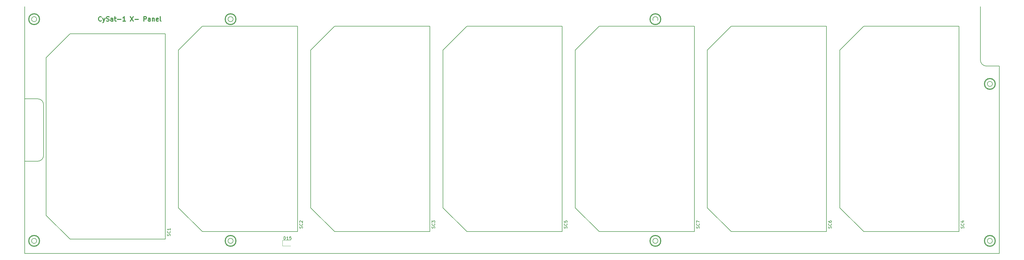
<source format=gbr>
G04 #@! TF.GenerationSoftware,KiCad,Pcbnew,(5.1.9)-1*
G04 #@! TF.CreationDate,2021-03-05T17:29:32-06:00*
G04 #@! TF.ProjectId,X-,582d2e6b-6963-4616-945f-706362585858,3*
G04 #@! TF.SameCoordinates,Original*
G04 #@! TF.FileFunction,Legend,Top*
G04 #@! TF.FilePolarity,Positive*
%FSLAX46Y46*%
G04 Gerber Fmt 4.6, Leading zero omitted, Abs format (unit mm)*
G04 Created by KiCad (PCBNEW (5.1.9)-1) date 2021-03-05 17:29:33*
%MOMM*%
%LPD*%
G01*
G04 APERTURE LIST*
%ADD10C,0.300000*%
%ADD11C,0.200000*%
%ADD12C,0.120000*%
%ADD13C,0.150000*%
G04 APERTURE END LIST*
D10*
X78765000Y-105945714D02*
X78693571Y-106017142D01*
X78479285Y-106088571D01*
X78336428Y-106088571D01*
X78122142Y-106017142D01*
X77979285Y-105874285D01*
X77907857Y-105731428D01*
X77836428Y-105445714D01*
X77836428Y-105231428D01*
X77907857Y-104945714D01*
X77979285Y-104802857D01*
X78122142Y-104660000D01*
X78336428Y-104588571D01*
X78479285Y-104588571D01*
X78693571Y-104660000D01*
X78765000Y-104731428D01*
X79265000Y-105088571D02*
X79622142Y-106088571D01*
X79979285Y-105088571D02*
X79622142Y-106088571D01*
X79479285Y-106445714D01*
X79407857Y-106517142D01*
X79265000Y-106588571D01*
X80479285Y-106017142D02*
X80693571Y-106088571D01*
X81050714Y-106088571D01*
X81193571Y-106017142D01*
X81265000Y-105945714D01*
X81336428Y-105802857D01*
X81336428Y-105660000D01*
X81265000Y-105517142D01*
X81193571Y-105445714D01*
X81050714Y-105374285D01*
X80765000Y-105302857D01*
X80622142Y-105231428D01*
X80550714Y-105160000D01*
X80479285Y-105017142D01*
X80479285Y-104874285D01*
X80550714Y-104731428D01*
X80622142Y-104660000D01*
X80765000Y-104588571D01*
X81122142Y-104588571D01*
X81336428Y-104660000D01*
X82622142Y-106088571D02*
X82622142Y-105302857D01*
X82550714Y-105160000D01*
X82407857Y-105088571D01*
X82122142Y-105088571D01*
X81979285Y-105160000D01*
X82622142Y-106017142D02*
X82479285Y-106088571D01*
X82122142Y-106088571D01*
X81979285Y-106017142D01*
X81907857Y-105874285D01*
X81907857Y-105731428D01*
X81979285Y-105588571D01*
X82122142Y-105517142D01*
X82479285Y-105517142D01*
X82622142Y-105445714D01*
X83122142Y-105088571D02*
X83693571Y-105088571D01*
X83336428Y-104588571D02*
X83336428Y-105874285D01*
X83407857Y-106017142D01*
X83550714Y-106088571D01*
X83693571Y-106088571D01*
X84193571Y-105517142D02*
X85336428Y-105517142D01*
X86836428Y-106088571D02*
X85979285Y-106088571D01*
X86407857Y-106088571D02*
X86407857Y-104588571D01*
X86265000Y-104802857D01*
X86122142Y-104945714D01*
X85979285Y-105017142D01*
X88479285Y-104588571D02*
X89479285Y-106088571D01*
X89479285Y-104588571D02*
X88479285Y-106088571D01*
X90050714Y-105517142D02*
X91193571Y-105517142D01*
X93050714Y-106088571D02*
X93050714Y-104588571D01*
X93622142Y-104588571D01*
X93765000Y-104660000D01*
X93836428Y-104731428D01*
X93907857Y-104874285D01*
X93907857Y-105088571D01*
X93836428Y-105231428D01*
X93765000Y-105302857D01*
X93622142Y-105374285D01*
X93050714Y-105374285D01*
X95193571Y-106088571D02*
X95193571Y-105302857D01*
X95122142Y-105160000D01*
X94979285Y-105088571D01*
X94693571Y-105088571D01*
X94550714Y-105160000D01*
X95193571Y-106017142D02*
X95050714Y-106088571D01*
X94693571Y-106088571D01*
X94550714Y-106017142D01*
X94479285Y-105874285D01*
X94479285Y-105731428D01*
X94550714Y-105588571D01*
X94693571Y-105517142D01*
X95050714Y-105517142D01*
X95193571Y-105445714D01*
X95907857Y-105088571D02*
X95907857Y-106088571D01*
X95907857Y-105231428D02*
X95979285Y-105160000D01*
X96122142Y-105088571D01*
X96336428Y-105088571D01*
X96479285Y-105160000D01*
X96550714Y-105302857D01*
X96550714Y-106088571D01*
X97836428Y-106017142D02*
X97693571Y-106088571D01*
X97407857Y-106088571D01*
X97265000Y-106017142D01*
X97193571Y-105874285D01*
X97193571Y-105302857D01*
X97265000Y-105160000D01*
X97407857Y-105088571D01*
X97693571Y-105088571D01*
X97836428Y-105160000D01*
X97907857Y-105302857D01*
X97907857Y-105445714D01*
X97193571Y-105588571D01*
X98765000Y-106088571D02*
X98622142Y-106017142D01*
X98550714Y-105874285D01*
X98550714Y-104588571D01*
D11*
X124075509Y-105435517D02*
G75*
G03*
X124075509Y-105435517I-1900000J0D01*
G01*
X123885509Y-105435517D02*
G75*
G03*
X123885509Y-105435517I-1710000J0D01*
G01*
X380493509Y-121185517D02*
X376143509Y-121185517D01*
X59343505Y-134185510D02*
X59343505Y-151185517D01*
X59343509Y-151185517D02*
G75*
G02*
X57343509Y-153185517I-2000000J0D01*
G01*
X52993524Y-153185517D02*
X57343501Y-153185517D01*
X52993524Y-184185517D02*
X52993524Y-153185517D01*
X121425510Y-105868530D02*
G75*
G02*
X121425509Y-105002505I749999J433013D01*
G01*
X122175510Y-104569492D02*
G75*
G02*
X122925509Y-105002505I-1J-866025D01*
G01*
X122925510Y-105868530D02*
G75*
G02*
X122175509Y-106301543I-750001J433013D01*
G01*
X122175509Y-106301543D02*
G75*
G02*
X121425509Y-105868530I0J866026D01*
G01*
X121425509Y-105002505D02*
G75*
G02*
X122175509Y-104569492I750000J-433012D01*
G01*
X266823509Y-179935517D02*
G75*
G03*
X266823509Y-179935517I-1900000J0D01*
G01*
X266633509Y-179935517D02*
G75*
G03*
X266633509Y-179935517I-1710000J0D01*
G01*
X264173510Y-180368530D02*
G75*
G02*
X264173509Y-179502505I749999J433013D01*
G01*
X265673510Y-179502504D02*
G75*
G02*
X265673509Y-180368530I-750001J-433013D01*
G01*
X264923509Y-180801543D02*
G75*
G02*
X264173509Y-180368530I0J866026D01*
G01*
X264173509Y-179502505D02*
G75*
G02*
X264923509Y-179069492I750000J-433012D01*
G01*
X265673510Y-180368530D02*
G75*
G02*
X264923509Y-180801543I-750001J433013D01*
G01*
X264923510Y-179069492D02*
G75*
G02*
X265673509Y-179502505I-1J-866025D01*
G01*
X266823509Y-105435517D02*
G75*
G03*
X266823509Y-105435517I-1900000J0D01*
G01*
X266633509Y-105435517D02*
G75*
G03*
X266633509Y-105435517I-1710000J0D01*
G01*
X264173510Y-105868530D02*
G75*
G02*
X264173509Y-105002505I749999J433013D01*
G01*
X265673510Y-105002504D02*
G75*
G02*
X265673509Y-105868530I-750001J-433013D01*
G01*
X264923510Y-104569492D02*
G75*
G02*
X265673509Y-105002505I-1J-866025D01*
G01*
X264173509Y-105002505D02*
G75*
G02*
X264923509Y-104569492I750000J-433012D01*
G01*
X124075509Y-179935517D02*
G75*
G03*
X124075509Y-179935517I-1900000J0D01*
G01*
X123885509Y-179935517D02*
G75*
G03*
X123885509Y-179935517I-1710000J0D01*
G01*
X121425510Y-180368530D02*
G75*
G02*
X121425509Y-179502505I749999J433013D01*
G01*
X122925510Y-179502504D02*
G75*
G02*
X122925509Y-180368530I-750001J-433013D01*
G01*
X121425509Y-179502505D02*
G75*
G02*
X122175509Y-179069492I750000J-433012D01*
G01*
X122175510Y-179069492D02*
G75*
G02*
X122925509Y-179502505I-1J-866025D01*
G01*
X122925510Y-180368530D02*
G75*
G02*
X122175509Y-180801543I-750001J433013D01*
G01*
X122175509Y-180801543D02*
G75*
G02*
X121425509Y-180368530I0J866026D01*
G01*
X379218509Y-179935517D02*
G75*
G03*
X379218509Y-179935517I-1900000J0D01*
G01*
X379028509Y-179935517D02*
G75*
G03*
X379028509Y-179935517I-1710000J0D01*
G01*
X376474084Y-180127729D02*
G75*
G02*
X376729836Y-179300329I844425J192212D01*
G01*
X378162935Y-179743304D02*
G75*
G02*
X377907183Y-180570705I-844426J-192213D01*
G01*
X377062757Y-180762917D02*
G75*
G02*
X376474084Y-180127729I255752J827400D01*
G01*
X377907182Y-180570704D02*
G75*
G02*
X377062757Y-180762917I-588673J635187D01*
G01*
X377574263Y-179108117D02*
G75*
G02*
X378162935Y-179743306I-255754J-827400D01*
G01*
X376729836Y-179300328D02*
G75*
G02*
X377574262Y-179108117I588673J-635189D01*
G01*
X58068509Y-179935517D02*
G75*
G03*
X58068509Y-179935517I-1900000J0D01*
G01*
X57878509Y-179935517D02*
G75*
G03*
X57878509Y-179935517I-1710000J0D01*
G01*
X55693635Y-179211296D02*
G75*
G02*
X56558266Y-179162154I474874J-724221D01*
G01*
X56643383Y-180659737D02*
G75*
G02*
X55778753Y-180708880I-474874J724220D01*
G01*
X55303879Y-179984659D02*
G75*
G02*
X55693636Y-179211297I864630J49142D01*
G01*
X55778754Y-180708879D02*
G75*
G02*
X55303880Y-179984660I389755J773362D01*
G01*
X57033139Y-179886374D02*
G75*
G02*
X56643383Y-180659737I-864630J-49143D01*
G01*
X56558265Y-179162154D02*
G75*
G02*
X57033139Y-179886374I-389756J-773363D01*
G01*
X58068509Y-105435517D02*
G75*
G03*
X58068509Y-105435517I-1900000J0D01*
G01*
X57878509Y-105435517D02*
G75*
G03*
X57878509Y-105435517I-1710000J0D01*
G01*
X55453109Y-105923577D02*
G75*
G02*
X55388137Y-105059993I715400J488060D01*
G01*
X56883910Y-104947457D02*
G75*
G02*
X56948882Y-105811042I-715401J-488060D01*
G01*
X56233482Y-106299102D02*
G75*
G02*
X55453109Y-105923578I-64973J863585D01*
G01*
X55388137Y-105059992D02*
G75*
G02*
X56103537Y-104571933I780372J-375525D01*
G01*
X56948882Y-105811041D02*
G75*
G02*
X56233482Y-106299102I-780373J375524D01*
G01*
X56103537Y-104571932D02*
G75*
G02*
X56883910Y-104947457I64972J-863585D01*
G01*
X376596556Y-127663827D02*
G75*
G02*
X376543303Y-126799442I721953J478310D01*
G01*
X376543303Y-126799441D02*
G75*
G02*
X377265258Y-126321131I775206J-386076D01*
G01*
X378093716Y-127571593D02*
G75*
G02*
X377371761Y-128049904I-775207J386076D01*
G01*
X377371761Y-128049903D02*
G75*
G02*
X376596555Y-127663828I-53252J864386D01*
G01*
X377265257Y-126321130D02*
G75*
G02*
X378040464Y-126707206I53252J-864387D01*
G01*
X380493509Y-184185517D02*
X52993524Y-184185517D01*
X380493509Y-121185517D02*
X380493509Y-184185517D01*
X376143509Y-121185517D02*
G75*
G02*
X374143509Y-119185517I0J2000000D01*
G01*
X374143510Y-101185518D02*
X374143510Y-119185517D01*
X52993524Y-132185510D02*
X52993524Y-101185518D01*
X52993524Y-132185510D02*
X57343501Y-132185510D01*
X57343509Y-132185509D02*
G75*
G02*
X59343509Y-134185509I0J-2000000D01*
G01*
X52993524Y-132185517D02*
X52993524Y-153185517D01*
X122925510Y-105002504D02*
G75*
G02*
X122925509Y-105868530I-750001J-433013D01*
G01*
X379218509Y-127185517D02*
G75*
G03*
X379218509Y-127185517I-1900000J0D01*
G01*
X379028509Y-127185517D02*
G75*
G03*
X379028509Y-127185517I-1710000J0D01*
G01*
X378040464Y-126707206D02*
G75*
G02*
X378093716Y-127571593I-721955J-478311D01*
G01*
X144679913Y-107799427D02*
X144679913Y-176799427D01*
X104679913Y-168799427D02*
X104679913Y-115799427D01*
X144679913Y-176799427D02*
X112679913Y-176799427D01*
X112679913Y-176799427D02*
X104679913Y-168799427D01*
X104679913Y-115799427D02*
X112679913Y-107799427D01*
X112679913Y-107799427D02*
X144679913Y-107799427D01*
X100229913Y-110339427D02*
X100229913Y-179339427D01*
X60229913Y-171339427D02*
X60229913Y-118339427D01*
X100229913Y-179339427D02*
X68229913Y-179339427D01*
X68229913Y-179339427D02*
X60229913Y-171339427D01*
X60229913Y-118339427D02*
X68229913Y-110339427D01*
X68229913Y-110339427D02*
X100229913Y-110339427D01*
D12*
X142310000Y-179720000D02*
X139625000Y-179720000D01*
X139625000Y-179720000D02*
X139625000Y-181640000D01*
X139625000Y-181640000D02*
X142310000Y-181640000D01*
D11*
X189129913Y-107799427D02*
X189129913Y-176799427D01*
X149129913Y-168799427D02*
X149129913Y-115799427D01*
X189129913Y-176799427D02*
X157129913Y-176799427D01*
X157129913Y-176799427D02*
X149129913Y-168799427D01*
X149129913Y-115799427D02*
X157129913Y-107799427D01*
X157129913Y-107799427D02*
X189129913Y-107799427D01*
X366929913Y-107799427D02*
X366929913Y-176799427D01*
X326929913Y-168799427D02*
X326929913Y-115799427D01*
X366929913Y-176799427D02*
X334929913Y-176799427D01*
X334929913Y-176799427D02*
X326929913Y-168799427D01*
X326929913Y-115799427D02*
X334929913Y-107799427D01*
X334929913Y-107799427D02*
X366929913Y-107799427D01*
X233579913Y-107799427D02*
X233579913Y-176799427D01*
X193579913Y-168799427D02*
X193579913Y-115799427D01*
X233579913Y-176799427D02*
X201579913Y-176799427D01*
X201579913Y-176799427D02*
X193579913Y-168799427D01*
X193579913Y-115799427D02*
X201579913Y-107799427D01*
X201579913Y-107799427D02*
X233579913Y-107799427D01*
X322390001Y-107799427D02*
X322390001Y-176799427D01*
X282390001Y-168799427D02*
X282390001Y-115799427D01*
X322390001Y-176799427D02*
X290390001Y-176799427D01*
X290390001Y-176799427D02*
X282390001Y-168799427D01*
X282390001Y-115799427D02*
X290390001Y-107799427D01*
X290390001Y-107799427D02*
X322390001Y-107799427D01*
X278029913Y-107799427D02*
X278029913Y-176799427D01*
X238029913Y-168799427D02*
X238029913Y-115799427D01*
X278029913Y-176799427D02*
X246029913Y-176799427D01*
X246029913Y-176799427D02*
X238029913Y-168799427D01*
X238029913Y-115799427D02*
X246029913Y-107799427D01*
X246029913Y-107799427D02*
X278029913Y-107799427D01*
D13*
X146324761Y-175701904D02*
X146372380Y-175559047D01*
X146372380Y-175320952D01*
X146324761Y-175225714D01*
X146277142Y-175178095D01*
X146181904Y-175130476D01*
X146086666Y-175130476D01*
X145991428Y-175178095D01*
X145943809Y-175225714D01*
X145896190Y-175320952D01*
X145848571Y-175511428D01*
X145800952Y-175606666D01*
X145753333Y-175654285D01*
X145658095Y-175701904D01*
X145562857Y-175701904D01*
X145467619Y-175654285D01*
X145420000Y-175606666D01*
X145372380Y-175511428D01*
X145372380Y-175273333D01*
X145420000Y-175130476D01*
X146277142Y-174130476D02*
X146324761Y-174178095D01*
X146372380Y-174320952D01*
X146372380Y-174416190D01*
X146324761Y-174559047D01*
X146229523Y-174654285D01*
X146134285Y-174701904D01*
X145943809Y-174749523D01*
X145800952Y-174749523D01*
X145610476Y-174701904D01*
X145515238Y-174654285D01*
X145420000Y-174559047D01*
X145372380Y-174416190D01*
X145372380Y-174320952D01*
X145420000Y-174178095D01*
X145467619Y-174130476D01*
X145467619Y-173749523D02*
X145420000Y-173701904D01*
X145372380Y-173606666D01*
X145372380Y-173368571D01*
X145420000Y-173273333D01*
X145467619Y-173225714D01*
X145562857Y-173178095D01*
X145658095Y-173178095D01*
X145800952Y-173225714D01*
X146372380Y-173797142D01*
X146372380Y-173178095D01*
X101874761Y-178241904D02*
X101922380Y-178099047D01*
X101922380Y-177860952D01*
X101874761Y-177765714D01*
X101827142Y-177718095D01*
X101731904Y-177670476D01*
X101636666Y-177670476D01*
X101541428Y-177718095D01*
X101493809Y-177765714D01*
X101446190Y-177860952D01*
X101398571Y-178051428D01*
X101350952Y-178146666D01*
X101303333Y-178194285D01*
X101208095Y-178241904D01*
X101112857Y-178241904D01*
X101017619Y-178194285D01*
X100970000Y-178146666D01*
X100922380Y-178051428D01*
X100922380Y-177813333D01*
X100970000Y-177670476D01*
X101827142Y-176670476D02*
X101874761Y-176718095D01*
X101922380Y-176860952D01*
X101922380Y-176956190D01*
X101874761Y-177099047D01*
X101779523Y-177194285D01*
X101684285Y-177241904D01*
X101493809Y-177289523D01*
X101350952Y-177289523D01*
X101160476Y-177241904D01*
X101065238Y-177194285D01*
X100970000Y-177099047D01*
X100922380Y-176956190D01*
X100922380Y-176860952D01*
X100970000Y-176718095D01*
X101017619Y-176670476D01*
X101922380Y-175718095D02*
X101922380Y-176289523D01*
X101922380Y-176003809D02*
X100922380Y-176003809D01*
X101065238Y-176099047D01*
X101160476Y-176194285D01*
X101208095Y-176289523D01*
X140095714Y-179482380D02*
X140095714Y-178482380D01*
X140333809Y-178482380D01*
X140476666Y-178530000D01*
X140571904Y-178625238D01*
X140619523Y-178720476D01*
X140667142Y-178910952D01*
X140667142Y-179053809D01*
X140619523Y-179244285D01*
X140571904Y-179339523D01*
X140476666Y-179434761D01*
X140333809Y-179482380D01*
X140095714Y-179482380D01*
X141619523Y-179482380D02*
X141048095Y-179482380D01*
X141333809Y-179482380D02*
X141333809Y-178482380D01*
X141238571Y-178625238D01*
X141143333Y-178720476D01*
X141048095Y-178768095D01*
X142524285Y-178482380D02*
X142048095Y-178482380D01*
X142000476Y-178958571D01*
X142048095Y-178910952D01*
X142143333Y-178863333D01*
X142381428Y-178863333D01*
X142476666Y-178910952D01*
X142524285Y-178958571D01*
X142571904Y-179053809D01*
X142571904Y-179291904D01*
X142524285Y-179387142D01*
X142476666Y-179434761D01*
X142381428Y-179482380D01*
X142143333Y-179482380D01*
X142048095Y-179434761D01*
X142000476Y-179387142D01*
X190774761Y-175701904D02*
X190822380Y-175559047D01*
X190822380Y-175320952D01*
X190774761Y-175225714D01*
X190727142Y-175178095D01*
X190631904Y-175130476D01*
X190536666Y-175130476D01*
X190441428Y-175178095D01*
X190393809Y-175225714D01*
X190346190Y-175320952D01*
X190298571Y-175511428D01*
X190250952Y-175606666D01*
X190203333Y-175654285D01*
X190108095Y-175701904D01*
X190012857Y-175701904D01*
X189917619Y-175654285D01*
X189870000Y-175606666D01*
X189822380Y-175511428D01*
X189822380Y-175273333D01*
X189870000Y-175130476D01*
X190727142Y-174130476D02*
X190774761Y-174178095D01*
X190822380Y-174320952D01*
X190822380Y-174416190D01*
X190774761Y-174559047D01*
X190679523Y-174654285D01*
X190584285Y-174701904D01*
X190393809Y-174749523D01*
X190250952Y-174749523D01*
X190060476Y-174701904D01*
X189965238Y-174654285D01*
X189870000Y-174559047D01*
X189822380Y-174416190D01*
X189822380Y-174320952D01*
X189870000Y-174178095D01*
X189917619Y-174130476D01*
X189822380Y-173797142D02*
X189822380Y-173178095D01*
X190203333Y-173511428D01*
X190203333Y-173368571D01*
X190250952Y-173273333D01*
X190298571Y-173225714D01*
X190393809Y-173178095D01*
X190631904Y-173178095D01*
X190727142Y-173225714D01*
X190774761Y-173273333D01*
X190822380Y-173368571D01*
X190822380Y-173654285D01*
X190774761Y-173749523D01*
X190727142Y-173797142D01*
X368574761Y-175701904D02*
X368622380Y-175559047D01*
X368622380Y-175320952D01*
X368574761Y-175225714D01*
X368527142Y-175178095D01*
X368431904Y-175130476D01*
X368336666Y-175130476D01*
X368241428Y-175178095D01*
X368193809Y-175225714D01*
X368146190Y-175320952D01*
X368098571Y-175511428D01*
X368050952Y-175606666D01*
X368003333Y-175654285D01*
X367908095Y-175701904D01*
X367812857Y-175701904D01*
X367717619Y-175654285D01*
X367670000Y-175606666D01*
X367622380Y-175511428D01*
X367622380Y-175273333D01*
X367670000Y-175130476D01*
X368527142Y-174130476D02*
X368574761Y-174178095D01*
X368622380Y-174320952D01*
X368622380Y-174416190D01*
X368574761Y-174559047D01*
X368479523Y-174654285D01*
X368384285Y-174701904D01*
X368193809Y-174749523D01*
X368050952Y-174749523D01*
X367860476Y-174701904D01*
X367765238Y-174654285D01*
X367670000Y-174559047D01*
X367622380Y-174416190D01*
X367622380Y-174320952D01*
X367670000Y-174178095D01*
X367717619Y-174130476D01*
X367955714Y-173273333D02*
X368622380Y-173273333D01*
X367574761Y-173511428D02*
X368289047Y-173749523D01*
X368289047Y-173130476D01*
X235224761Y-175701904D02*
X235272380Y-175559047D01*
X235272380Y-175320952D01*
X235224761Y-175225714D01*
X235177142Y-175178095D01*
X235081904Y-175130476D01*
X234986666Y-175130476D01*
X234891428Y-175178095D01*
X234843809Y-175225714D01*
X234796190Y-175320952D01*
X234748571Y-175511428D01*
X234700952Y-175606666D01*
X234653333Y-175654285D01*
X234558095Y-175701904D01*
X234462857Y-175701904D01*
X234367619Y-175654285D01*
X234320000Y-175606666D01*
X234272380Y-175511428D01*
X234272380Y-175273333D01*
X234320000Y-175130476D01*
X235177142Y-174130476D02*
X235224761Y-174178095D01*
X235272380Y-174320952D01*
X235272380Y-174416190D01*
X235224761Y-174559047D01*
X235129523Y-174654285D01*
X235034285Y-174701904D01*
X234843809Y-174749523D01*
X234700952Y-174749523D01*
X234510476Y-174701904D01*
X234415238Y-174654285D01*
X234320000Y-174559047D01*
X234272380Y-174416190D01*
X234272380Y-174320952D01*
X234320000Y-174178095D01*
X234367619Y-174130476D01*
X234272380Y-173225714D02*
X234272380Y-173701904D01*
X234748571Y-173749523D01*
X234700952Y-173701904D01*
X234653333Y-173606666D01*
X234653333Y-173368571D01*
X234700952Y-173273333D01*
X234748571Y-173225714D01*
X234843809Y-173178095D01*
X235081904Y-173178095D01*
X235177142Y-173225714D01*
X235224761Y-173273333D01*
X235272380Y-173368571D01*
X235272380Y-173606666D01*
X235224761Y-173701904D01*
X235177142Y-173749523D01*
X324034849Y-175701904D02*
X324082468Y-175559047D01*
X324082468Y-175320952D01*
X324034849Y-175225714D01*
X323987230Y-175178095D01*
X323891992Y-175130476D01*
X323796754Y-175130476D01*
X323701516Y-175178095D01*
X323653897Y-175225714D01*
X323606278Y-175320952D01*
X323558659Y-175511428D01*
X323511040Y-175606666D01*
X323463421Y-175654285D01*
X323368183Y-175701904D01*
X323272945Y-175701904D01*
X323177707Y-175654285D01*
X323130088Y-175606666D01*
X323082468Y-175511428D01*
X323082468Y-175273333D01*
X323130088Y-175130476D01*
X323987230Y-174130476D02*
X324034849Y-174178095D01*
X324082468Y-174320952D01*
X324082468Y-174416190D01*
X324034849Y-174559047D01*
X323939611Y-174654285D01*
X323844373Y-174701904D01*
X323653897Y-174749523D01*
X323511040Y-174749523D01*
X323320564Y-174701904D01*
X323225326Y-174654285D01*
X323130088Y-174559047D01*
X323082468Y-174416190D01*
X323082468Y-174320952D01*
X323130088Y-174178095D01*
X323177707Y-174130476D01*
X323082468Y-173273333D02*
X323082468Y-173463809D01*
X323130088Y-173559047D01*
X323177707Y-173606666D01*
X323320564Y-173701904D01*
X323511040Y-173749523D01*
X323891992Y-173749523D01*
X323987230Y-173701904D01*
X324034849Y-173654285D01*
X324082468Y-173559047D01*
X324082468Y-173368571D01*
X324034849Y-173273333D01*
X323987230Y-173225714D01*
X323891992Y-173178095D01*
X323653897Y-173178095D01*
X323558659Y-173225714D01*
X323511040Y-173273333D01*
X323463421Y-173368571D01*
X323463421Y-173559047D01*
X323511040Y-173654285D01*
X323558659Y-173701904D01*
X323653897Y-173749523D01*
X279674761Y-175701904D02*
X279722380Y-175559047D01*
X279722380Y-175320952D01*
X279674761Y-175225714D01*
X279627142Y-175178095D01*
X279531904Y-175130476D01*
X279436666Y-175130476D01*
X279341428Y-175178095D01*
X279293809Y-175225714D01*
X279246190Y-175320952D01*
X279198571Y-175511428D01*
X279150952Y-175606666D01*
X279103333Y-175654285D01*
X279008095Y-175701904D01*
X278912857Y-175701904D01*
X278817619Y-175654285D01*
X278770000Y-175606666D01*
X278722380Y-175511428D01*
X278722380Y-175273333D01*
X278770000Y-175130476D01*
X279627142Y-174130476D02*
X279674761Y-174178095D01*
X279722380Y-174320952D01*
X279722380Y-174416190D01*
X279674761Y-174559047D01*
X279579523Y-174654285D01*
X279484285Y-174701904D01*
X279293809Y-174749523D01*
X279150952Y-174749523D01*
X278960476Y-174701904D01*
X278865238Y-174654285D01*
X278770000Y-174559047D01*
X278722380Y-174416190D01*
X278722380Y-174320952D01*
X278770000Y-174178095D01*
X278817619Y-174130476D01*
X278722380Y-173797142D02*
X278722380Y-173130476D01*
X279722380Y-173559047D01*
M02*

</source>
